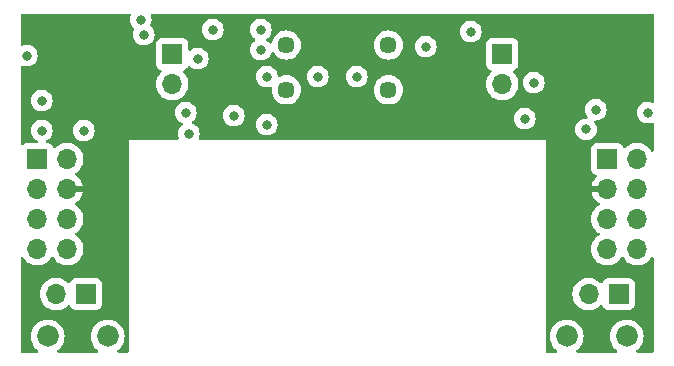
<source format=gbr>
%TF.GenerationSoftware,KiCad,Pcbnew,8.0.4*%
%TF.CreationDate,2024-09-01T16:29:35-06:00*%
%TF.ProjectId,Breadboard Power Supply,42726561-6462-46f6-9172-6420506f7765,v1*%
%TF.SameCoordinates,Original*%
%TF.FileFunction,Copper,L5,Inr*%
%TF.FilePolarity,Positive*%
%FSLAX46Y46*%
G04 Gerber Fmt 4.6, Leading zero omitted, Abs format (unit mm)*
G04 Created by KiCad (PCBNEW 8.0.4) date 2024-09-01 16:29:35*
%MOMM*%
%LPD*%
G01*
G04 APERTURE LIST*
%TA.AperFunction,ComponentPad*%
%ADD10R,1.700000X1.700000*%
%TD*%
%TA.AperFunction,ComponentPad*%
%ADD11O,1.700000X1.700000*%
%TD*%
%TA.AperFunction,ComponentPad*%
%ADD12C,1.450000*%
%TD*%
%TA.AperFunction,ComponentPad*%
%ADD13C,1.830000*%
%TD*%
%TA.AperFunction,ViaPad*%
%ADD14C,0.800000*%
%TD*%
G04 APERTURE END LIST*
D10*
%TO.N,+1V8*%
%TO.C,J4*%
X151130000Y-87630000D03*
D11*
%TO.N,/TOP_POWER_RAIL*%
X153670000Y-87630000D03*
%TO.N,+3.3V*%
X151130000Y-90170000D03*
%TO.N,/TOP_POWER_RAIL*%
X153670000Y-90170000D03*
%TO.N,VBUS*%
X151130000Y-92710000D03*
%TO.N,/TOP_POWER_RAIL*%
X153670000Y-92710000D03*
%TO.N,+12V*%
X151130000Y-95250000D03*
%TO.N,/TOP_POWER_RAIL*%
X153670000Y-95250000D03*
%TD*%
D10*
%TO.N,/BOTTOM_POWER_RAIL*%
%TO.C,J5*%
X102870000Y-87630000D03*
D11*
%TO.N,+1V8*%
X105410000Y-87630000D03*
%TO.N,/BOTTOM_POWER_RAIL*%
X102870000Y-90170000D03*
%TO.N,+3.3V*%
X105410000Y-90170000D03*
%TO.N,/BOTTOM_POWER_RAIL*%
X102870000Y-92710000D03*
%TO.N,VBUS*%
X105410000Y-92710000D03*
%TO.N,/BOTTOM_POWER_RAIL*%
X102870000Y-95250000D03*
%TO.N,+12V*%
X105410000Y-95250000D03*
%TD*%
D12*
%TO.N,GND*%
%TO.C,J1*%
X132592000Y-77974000D03*
X123952000Y-77974000D03*
X132592000Y-81774000D03*
X123952000Y-81774000D03*
%TD*%
D13*
%TO.N,GND*%
%TO.C,TP1*%
X103759000Y-102638000D03*
X108839000Y-102638000D03*
%TD*%
%TO.N,GND*%
%TO.C,TP4*%
X147701000Y-102638000D03*
X152781000Y-102638000D03*
%TD*%
D10*
%TO.N,GND*%
%TO.C,J10*%
X114300000Y-78740000D03*
D11*
X114300000Y-81280000D03*
%TD*%
D10*
%TO.N,/TOP_POWER_RAIL*%
%TO.C,J8*%
X152082500Y-99060000D03*
D11*
%TO.N,GND*%
X149542500Y-99060000D03*
%TD*%
D10*
%TO.N,GND*%
%TO.C,J11*%
X142240000Y-78740000D03*
D11*
X142240000Y-81280000D03*
%TD*%
D10*
%TO.N,/BOTTOM_POWER_RAIL*%
%TO.C,J9*%
X106997500Y-99060000D03*
D11*
%TO.N,GND*%
X104457500Y-99060000D03*
%TD*%
D14*
%TO.N,GND*%
X154559000Y-83693000D03*
X139573000Y-76835000D03*
X149328930Y-85113070D03*
X144145000Y-84201000D03*
X119507000Y-83947000D03*
X103251000Y-85217000D03*
X106807000Y-85217000D03*
X117729000Y-76667000D03*
X115697000Y-85471000D03*
%TO.N,+3.3V*%
X154305000Y-78867000D03*
X144653000Y-78613000D03*
X146685000Y-84963000D03*
%TO.N,+1V8*%
X103251000Y-82677000D03*
X111887000Y-77089000D03*
X101981000Y-78867000D03*
%TO.N,+12V*%
X115443000Y-83693000D03*
X116459000Y-79121000D03*
X122301000Y-80645000D03*
%TO.N,VBUS*%
X126619000Y-80645000D03*
X121793000Y-76667000D03*
X129921000Y-80645000D03*
X144907000Y-81153000D03*
X111633000Y-75819000D03*
X150155000Y-83439000D03*
X122301000Y-84709000D03*
X135763000Y-78105000D03*
X121793000Y-78359000D03*
%TD*%
%TA.AperFunction,Conductor*%
%TO.N,+3.3V*%
G36*
X110739174Y-75330685D02*
G01*
X110784929Y-75383489D01*
X110794873Y-75452647D01*
X110790066Y-75473317D01*
X110739458Y-75629072D01*
X110719496Y-75819000D01*
X110739458Y-76008928D01*
X110739459Y-76008931D01*
X110798470Y-76190549D01*
X110798471Y-76190551D01*
X110798473Y-76190556D01*
X110893960Y-76355944D01*
X110929257Y-76395145D01*
X111021741Y-76497861D01*
X111021748Y-76497867D01*
X111042376Y-76512854D01*
X111085042Y-76568184D01*
X111091021Y-76637797D01*
X111076878Y-76675172D01*
X111052473Y-76717442D01*
X110993459Y-76899068D01*
X110993458Y-76899072D01*
X110973496Y-77089000D01*
X110993458Y-77278928D01*
X110993459Y-77278931D01*
X111052470Y-77460549D01*
X111052473Y-77460556D01*
X111147960Y-77625944D01*
X111275747Y-77767866D01*
X111430248Y-77880118D01*
X111604712Y-77957794D01*
X111791513Y-77997500D01*
X111982487Y-77997500D01*
X112169288Y-77957794D01*
X112343752Y-77880118D01*
X112498253Y-77767866D01*
X112626040Y-77625944D01*
X112721527Y-77460556D01*
X112780542Y-77278928D01*
X112800504Y-77089000D01*
X112780542Y-76899072D01*
X112721527Y-76717444D01*
X112692403Y-76667000D01*
X116815496Y-76667000D01*
X116835458Y-76856928D01*
X116835459Y-76856931D01*
X116894470Y-77038549D01*
X116894473Y-77038556D01*
X116989960Y-77203944D01*
X117117747Y-77345866D01*
X117272248Y-77458118D01*
X117446712Y-77535794D01*
X117633513Y-77575500D01*
X117824487Y-77575500D01*
X118011288Y-77535794D01*
X118185752Y-77458118D01*
X118340253Y-77345866D01*
X118468040Y-77203944D01*
X118563527Y-77038556D01*
X118622542Y-76856928D01*
X118642504Y-76667000D01*
X120879496Y-76667000D01*
X120899458Y-76856928D01*
X120899459Y-76856931D01*
X120958470Y-77038549D01*
X120958473Y-77038556D01*
X121053960Y-77203944D01*
X121181747Y-77345866D01*
X121273711Y-77412682D01*
X121316376Y-77468012D01*
X121322355Y-77537626D01*
X121289749Y-77599421D01*
X121273711Y-77613318D01*
X121181745Y-77680135D01*
X121053959Y-77822057D01*
X120958473Y-77987443D01*
X120958470Y-77987450D01*
X120929737Y-78075883D01*
X120899458Y-78169072D01*
X120879496Y-78359000D01*
X120899458Y-78548928D01*
X120899459Y-78548931D01*
X120958470Y-78730549D01*
X120958473Y-78730556D01*
X121053960Y-78895944D01*
X121181747Y-79037866D01*
X121336248Y-79150118D01*
X121510712Y-79227794D01*
X121697513Y-79267500D01*
X121888487Y-79267500D01*
X122075288Y-79227794D01*
X122249752Y-79150118D01*
X122404253Y-79037866D01*
X122532040Y-78895944D01*
X122627527Y-78730556D01*
X122661098Y-78627234D01*
X122700535Y-78569560D01*
X122764894Y-78542361D01*
X122833740Y-78554275D01*
X122880602Y-78594427D01*
X123003475Y-78769907D01*
X123156093Y-78922525D01*
X123332894Y-79046323D01*
X123528507Y-79137539D01*
X123528513Y-79137540D01*
X123528514Y-79137541D01*
X123578690Y-79150985D01*
X123736987Y-79193401D01*
X123890567Y-79206837D01*
X123951998Y-79212212D01*
X123952000Y-79212212D01*
X123952002Y-79212212D01*
X124005753Y-79207509D01*
X124167013Y-79193401D01*
X124375493Y-79137539D01*
X124571106Y-79046323D01*
X124747907Y-78922525D01*
X124900525Y-78769907D01*
X125024323Y-78593106D01*
X125115539Y-78397493D01*
X125171401Y-78189013D01*
X125190212Y-77974000D01*
X125190212Y-77973998D01*
X131353788Y-77973998D01*
X131353788Y-77974001D01*
X131372598Y-78189007D01*
X131372600Y-78189018D01*
X131428458Y-78397485D01*
X131428460Y-78397489D01*
X131428461Y-78397493D01*
X131465329Y-78476556D01*
X131519676Y-78593105D01*
X131553874Y-78641944D01*
X131643475Y-78769907D01*
X131796093Y-78922525D01*
X131972894Y-79046323D01*
X132168507Y-79137539D01*
X132168513Y-79137540D01*
X132168514Y-79137541D01*
X132218690Y-79150985D01*
X132376987Y-79193401D01*
X132530567Y-79206837D01*
X132591998Y-79212212D01*
X132592000Y-79212212D01*
X132592002Y-79212212D01*
X132645753Y-79207509D01*
X132807013Y-79193401D01*
X133015493Y-79137539D01*
X133211106Y-79046323D01*
X133387907Y-78922525D01*
X133540525Y-78769907D01*
X133664323Y-78593106D01*
X133755539Y-78397493D01*
X133811401Y-78189013D01*
X133818751Y-78105000D01*
X134849496Y-78105000D01*
X134869458Y-78294928D01*
X134869459Y-78294931D01*
X134928470Y-78476549D01*
X134928473Y-78476556D01*
X135023960Y-78641944D01*
X135151747Y-78783866D01*
X135306248Y-78896118D01*
X135480712Y-78973794D01*
X135667513Y-79013500D01*
X135858487Y-79013500D01*
X136045288Y-78973794D01*
X136219752Y-78896118D01*
X136374253Y-78783866D01*
X136502040Y-78641944D01*
X136597527Y-78476556D01*
X136656542Y-78294928D01*
X136676504Y-78105000D01*
X136656542Y-77915072D01*
X136597527Y-77733444D01*
X136502040Y-77568056D01*
X136374253Y-77426134D01*
X136219752Y-77313882D01*
X136045288Y-77236206D01*
X136045286Y-77236205D01*
X135858487Y-77196500D01*
X135667513Y-77196500D01*
X135480714Y-77236205D01*
X135306246Y-77313883D01*
X135151745Y-77426135D01*
X135023959Y-77568057D01*
X134928473Y-77733443D01*
X134928470Y-77733450D01*
X134890977Y-77848843D01*
X134869458Y-77915072D01*
X134849496Y-78105000D01*
X133818751Y-78105000D01*
X133830212Y-77974000D01*
X133811401Y-77758987D01*
X133755539Y-77550507D01*
X133664323Y-77354894D01*
X133540525Y-77178093D01*
X133387907Y-77025475D01*
X133211106Y-76901677D01*
X133211107Y-76901677D01*
X133211105Y-76901676D01*
X133113299Y-76856069D01*
X133068117Y-76835000D01*
X138659496Y-76835000D01*
X138679458Y-77024928D01*
X138679459Y-77024931D01*
X138738470Y-77206549D01*
X138738473Y-77206556D01*
X138833960Y-77371944D01*
X138961747Y-77513866D01*
X139116248Y-77626118D01*
X139290712Y-77703794D01*
X139477513Y-77743500D01*
X139668487Y-77743500D01*
X139855288Y-77703794D01*
X140029752Y-77626118D01*
X140184253Y-77513866D01*
X140312040Y-77371944D01*
X140407527Y-77206556D01*
X140466542Y-77024928D01*
X140486504Y-76835000D01*
X140466542Y-76645072D01*
X140407527Y-76463444D01*
X140312040Y-76298056D01*
X140184253Y-76156134D01*
X140029752Y-76043882D01*
X139855288Y-75966206D01*
X139855286Y-75966205D01*
X139668487Y-75926500D01*
X139477513Y-75926500D01*
X139290714Y-75966205D01*
X139116246Y-76043883D01*
X138961745Y-76156135D01*
X138833959Y-76298057D01*
X138738473Y-76463443D01*
X138738470Y-76463450D01*
X138679459Y-76645068D01*
X138679458Y-76645072D01*
X138659496Y-76835000D01*
X133068117Y-76835000D01*
X133015493Y-76810461D01*
X133015489Y-76810460D01*
X133015485Y-76810458D01*
X132807018Y-76754600D01*
X132807014Y-76754599D01*
X132807013Y-76754599D01*
X132807012Y-76754598D01*
X132807007Y-76754598D01*
X132592002Y-76735788D01*
X132591998Y-76735788D01*
X132376992Y-76754598D01*
X132376981Y-76754600D01*
X132168514Y-76810458D01*
X132168505Y-76810462D01*
X131972894Y-76901676D01*
X131796092Y-77025475D01*
X131643475Y-77178092D01*
X131519676Y-77354894D01*
X131428462Y-77550505D01*
X131428458Y-77550514D01*
X131372600Y-77758981D01*
X131372598Y-77758992D01*
X131353788Y-77973998D01*
X125190212Y-77973998D01*
X125171401Y-77758987D01*
X125115539Y-77550507D01*
X125024323Y-77354894D01*
X124900525Y-77178093D01*
X124747907Y-77025475D01*
X124571106Y-76901677D01*
X124571107Y-76901677D01*
X124571105Y-76901676D01*
X124473299Y-76856069D01*
X124375493Y-76810461D01*
X124375489Y-76810460D01*
X124375485Y-76810458D01*
X124167018Y-76754600D01*
X124167014Y-76754599D01*
X124167013Y-76754599D01*
X124167012Y-76754598D01*
X124167007Y-76754598D01*
X123952002Y-76735788D01*
X123951998Y-76735788D01*
X123736992Y-76754598D01*
X123736981Y-76754600D01*
X123528514Y-76810458D01*
X123528505Y-76810462D01*
X123332894Y-76901676D01*
X123156092Y-77025475D01*
X123003475Y-77178092D01*
X122879676Y-77354894D01*
X122788462Y-77550505D01*
X122788459Y-77550511D01*
X122732688Y-77758654D01*
X122696323Y-77818314D01*
X122633476Y-77848843D01*
X122564100Y-77840548D01*
X122520763Y-77809532D01*
X122474952Y-77758654D01*
X122404253Y-77680134D01*
X122404251Y-77680132D01*
X122312289Y-77613318D01*
X122269623Y-77557988D01*
X122263644Y-77488375D01*
X122296250Y-77426580D01*
X122312289Y-77412682D01*
X122404253Y-77345866D01*
X122532040Y-77203944D01*
X122627527Y-77038556D01*
X122686542Y-76856928D01*
X122706504Y-76667000D01*
X122686542Y-76477072D01*
X122627527Y-76295444D01*
X122532040Y-76130056D01*
X122404253Y-75988134D01*
X122249752Y-75875882D01*
X122075288Y-75798206D01*
X122075286Y-75798205D01*
X121888487Y-75758500D01*
X121697513Y-75758500D01*
X121510714Y-75798205D01*
X121336246Y-75875883D01*
X121181745Y-75988135D01*
X121053959Y-76130057D01*
X120958473Y-76295443D01*
X120958470Y-76295450D01*
X120921206Y-76410138D01*
X120899458Y-76477072D01*
X120879496Y-76667000D01*
X118642504Y-76667000D01*
X118622542Y-76477072D01*
X118563527Y-76295444D01*
X118468040Y-76130056D01*
X118340253Y-75988134D01*
X118185752Y-75875882D01*
X118011288Y-75798206D01*
X118011286Y-75798205D01*
X117824487Y-75758500D01*
X117633513Y-75758500D01*
X117446714Y-75798205D01*
X117272246Y-75875883D01*
X117117745Y-75988135D01*
X116989959Y-76130057D01*
X116894473Y-76295443D01*
X116894470Y-76295450D01*
X116857206Y-76410138D01*
X116835458Y-76477072D01*
X116815496Y-76667000D01*
X112692403Y-76667000D01*
X112626040Y-76552056D01*
X112546259Y-76463450D01*
X112498258Y-76410138D01*
X112498255Y-76410136D01*
X112498254Y-76410135D01*
X112498253Y-76410134D01*
X112477621Y-76395144D01*
X112434957Y-76339814D01*
X112428978Y-76270201D01*
X112443118Y-76232832D01*
X112467527Y-76190556D01*
X112526542Y-76008928D01*
X112546504Y-75819000D01*
X112526542Y-75629072D01*
X112475933Y-75473317D01*
X112473939Y-75403477D01*
X112510019Y-75343644D01*
X112572720Y-75312816D01*
X112593865Y-75311000D01*
X154943000Y-75311000D01*
X155010039Y-75330685D01*
X155055794Y-75383489D01*
X155067000Y-75435000D01*
X155067000Y-82733756D01*
X155047315Y-82800795D01*
X154994511Y-82846550D01*
X154925353Y-82856494D01*
X154892565Y-82847036D01*
X154841288Y-82824206D01*
X154841286Y-82824205D01*
X154654487Y-82784500D01*
X154463513Y-82784500D01*
X154276714Y-82824205D01*
X154102246Y-82901883D01*
X153947745Y-83014135D01*
X153819959Y-83156057D01*
X153724473Y-83321443D01*
X153724470Y-83321450D01*
X153686276Y-83439000D01*
X153665458Y-83503072D01*
X153645496Y-83693000D01*
X153665458Y-83882928D01*
X153665459Y-83882931D01*
X153724470Y-84064549D01*
X153724473Y-84064556D01*
X153819960Y-84229944D01*
X153947747Y-84371866D01*
X154102248Y-84484118D01*
X154276712Y-84561794D01*
X154463513Y-84601500D01*
X154654487Y-84601500D01*
X154841288Y-84561794D01*
X154892565Y-84538963D01*
X154961813Y-84529679D01*
X155025090Y-84559307D01*
X155062304Y-84618441D01*
X155067000Y-84652243D01*
X155067000Y-86867976D01*
X155047315Y-86935015D01*
X154994511Y-86980770D01*
X154925353Y-86990714D01*
X154861797Y-86961689D01*
X154839192Y-86935798D01*
X154745723Y-86792734D01*
X154745715Y-86792723D01*
X154593243Y-86627097D01*
X154593238Y-86627092D01*
X154415577Y-86488812D01*
X154415572Y-86488808D01*
X154217580Y-86381661D01*
X154217577Y-86381659D01*
X154217574Y-86381658D01*
X154217571Y-86381657D01*
X154217569Y-86381656D01*
X154004637Y-86308556D01*
X153782569Y-86271500D01*
X153557431Y-86271500D01*
X153335362Y-86308556D01*
X153122430Y-86381656D01*
X153122419Y-86381661D01*
X152924427Y-86488808D01*
X152924422Y-86488812D01*
X152746761Y-86627092D01*
X152683548Y-86695760D01*
X152623661Y-86731750D01*
X152553823Y-86729649D01*
X152496207Y-86690124D01*
X152476138Y-86655110D01*
X152430889Y-86533796D01*
X152397214Y-86488812D01*
X152343261Y-86416739D01*
X152226204Y-86329111D01*
X152089203Y-86278011D01*
X152028654Y-86271500D01*
X152028638Y-86271500D01*
X150231362Y-86271500D01*
X150231345Y-86271500D01*
X150170797Y-86278011D01*
X150170795Y-86278011D01*
X150033795Y-86329111D01*
X149916739Y-86416739D01*
X149829111Y-86533795D01*
X149778011Y-86670795D01*
X149778011Y-86670797D01*
X149771500Y-86731345D01*
X149771500Y-88528654D01*
X149778011Y-88589202D01*
X149778011Y-88589204D01*
X149829111Y-88726204D01*
X149916739Y-88843261D01*
X150033796Y-88930889D01*
X150163382Y-88979222D01*
X150219313Y-89021093D01*
X150243730Y-89086557D01*
X150228878Y-89154830D01*
X150207728Y-89183084D01*
X150091886Y-89298926D01*
X149956400Y-89492420D01*
X149956399Y-89492422D01*
X149856570Y-89706507D01*
X149856567Y-89706513D01*
X149799364Y-89919999D01*
X149799364Y-89920000D01*
X150696988Y-89920000D01*
X150664075Y-89977007D01*
X150630000Y-90104174D01*
X150630000Y-90235826D01*
X150664075Y-90362993D01*
X150696988Y-90420000D01*
X149799364Y-90420000D01*
X149856567Y-90633486D01*
X149856570Y-90633492D01*
X149956399Y-90847578D01*
X150091894Y-91041082D01*
X150258917Y-91208105D01*
X150439802Y-91334763D01*
X150483427Y-91389340D01*
X150490619Y-91458839D01*
X150459097Y-91521193D01*
X150427697Y-91545392D01*
X150384427Y-91568809D01*
X150384422Y-91568812D01*
X150206761Y-91707092D01*
X150206756Y-91707097D01*
X150054284Y-91872723D01*
X150054276Y-91872734D01*
X149931140Y-92061207D01*
X149840703Y-92267385D01*
X149785436Y-92485628D01*
X149785434Y-92485640D01*
X149766844Y-92709994D01*
X149766844Y-92710005D01*
X149785434Y-92934359D01*
X149785436Y-92934371D01*
X149840703Y-93152614D01*
X149931140Y-93358792D01*
X150054276Y-93547265D01*
X150054284Y-93547276D01*
X150206756Y-93712902D01*
X150206760Y-93712906D01*
X150384424Y-93851189D01*
X150384429Y-93851191D01*
X150384431Y-93851193D01*
X150420930Y-93870946D01*
X150470520Y-93920165D01*
X150485628Y-93988382D01*
X150461457Y-94053937D01*
X150420930Y-94089054D01*
X150384431Y-94108806D01*
X150384422Y-94108812D01*
X150206761Y-94247092D01*
X150206756Y-94247097D01*
X150054284Y-94412723D01*
X150054276Y-94412734D01*
X149931140Y-94601207D01*
X149840703Y-94807385D01*
X149785436Y-95025628D01*
X149785434Y-95025640D01*
X149766844Y-95249994D01*
X149766844Y-95250005D01*
X149785434Y-95474359D01*
X149785436Y-95474371D01*
X149840703Y-95692614D01*
X149931140Y-95898792D01*
X150054276Y-96087265D01*
X150054284Y-96087276D01*
X150206756Y-96252902D01*
X150206760Y-96252906D01*
X150384424Y-96391189D01*
X150384425Y-96391189D01*
X150384427Y-96391191D01*
X150511135Y-96459761D01*
X150582426Y-96498342D01*
X150795365Y-96571444D01*
X151017431Y-96608500D01*
X151242569Y-96608500D01*
X151464635Y-96571444D01*
X151677574Y-96498342D01*
X151875576Y-96391189D01*
X152053240Y-96252906D01*
X152205722Y-96087268D01*
X152296193Y-95948790D01*
X152349338Y-95903437D01*
X152418569Y-95894013D01*
X152481905Y-95923515D01*
X152503804Y-95948787D01*
X152594278Y-96087268D01*
X152594283Y-96087273D01*
X152594284Y-96087276D01*
X152746756Y-96252902D01*
X152746760Y-96252906D01*
X152924424Y-96391189D01*
X152924425Y-96391189D01*
X152924427Y-96391191D01*
X153051135Y-96459761D01*
X153122426Y-96498342D01*
X153335365Y-96571444D01*
X153557431Y-96608500D01*
X153782569Y-96608500D01*
X154004635Y-96571444D01*
X154217574Y-96498342D01*
X154415576Y-96391189D01*
X154593240Y-96252906D01*
X154745722Y-96087268D01*
X154839193Y-95944198D01*
X154892338Y-95898845D01*
X154961569Y-95889421D01*
X155024905Y-95918923D01*
X155062236Y-95977983D01*
X155067000Y-96012023D01*
X155067000Y-103889000D01*
X155047315Y-103956039D01*
X154994511Y-104001794D01*
X154943000Y-104013000D01*
X153693201Y-104013000D01*
X153626162Y-103993315D01*
X153580407Y-103940511D01*
X153570463Y-103871353D01*
X153599488Y-103807797D01*
X153617039Y-103791147D01*
X153656632Y-103760329D01*
X153748415Y-103688893D01*
X153908192Y-103515329D01*
X154037222Y-103317833D01*
X154131985Y-103101794D01*
X154189898Y-102873103D01*
X154209379Y-102638000D01*
X154189898Y-102402897D01*
X154131985Y-102174206D01*
X154037222Y-101958167D01*
X153908194Y-101760673D01*
X153880620Y-101730719D01*
X153748415Y-101587107D01*
X153748410Y-101587103D01*
X153748407Y-101587100D01*
X153562257Y-101442214D01*
X153562246Y-101442207D01*
X153354779Y-101329932D01*
X153354776Y-101329931D01*
X153354773Y-101329929D01*
X153354767Y-101329927D01*
X153354765Y-101329926D01*
X153131648Y-101253329D01*
X152898955Y-101214500D01*
X152663045Y-101214500D01*
X152430351Y-101253329D01*
X152207234Y-101329926D01*
X152207220Y-101329932D01*
X151999753Y-101442207D01*
X151999742Y-101442214D01*
X151813592Y-101587100D01*
X151813582Y-101587110D01*
X151653805Y-101760673D01*
X151524777Y-101958167D01*
X151430015Y-102174206D01*
X151372102Y-102402896D01*
X151372100Y-102402904D01*
X151352621Y-102637994D01*
X151352621Y-102638005D01*
X151372100Y-102873095D01*
X151372102Y-102873103D01*
X151430015Y-103101793D01*
X151524777Y-103317832D01*
X151653805Y-103515326D01*
X151653808Y-103515329D01*
X151813585Y-103688893D01*
X151873840Y-103735791D01*
X151944961Y-103791147D01*
X151985774Y-103847857D01*
X151989449Y-103917630D01*
X151954817Y-103978313D01*
X151892876Y-104010640D01*
X151868799Y-104013000D01*
X148613201Y-104013000D01*
X148546162Y-103993315D01*
X148500407Y-103940511D01*
X148490463Y-103871353D01*
X148519488Y-103807797D01*
X148537039Y-103791147D01*
X148576632Y-103760329D01*
X148668415Y-103688893D01*
X148828192Y-103515329D01*
X148957222Y-103317833D01*
X149051985Y-103101794D01*
X149109898Y-102873103D01*
X149129379Y-102638000D01*
X149109898Y-102402897D01*
X149051985Y-102174206D01*
X148957222Y-101958167D01*
X148828194Y-101760673D01*
X148800620Y-101730719D01*
X148668415Y-101587107D01*
X148668410Y-101587103D01*
X148668407Y-101587100D01*
X148482257Y-101442214D01*
X148482246Y-101442207D01*
X148274779Y-101329932D01*
X148274776Y-101329931D01*
X148274773Y-101329929D01*
X148274767Y-101329927D01*
X148274765Y-101329926D01*
X148051648Y-101253329D01*
X147818955Y-101214500D01*
X147583045Y-101214500D01*
X147350351Y-101253329D01*
X147127234Y-101329926D01*
X147127220Y-101329932D01*
X146919753Y-101442207D01*
X146919742Y-101442214D01*
X146733592Y-101587100D01*
X146733582Y-101587110D01*
X146573805Y-101760673D01*
X146444777Y-101958167D01*
X146350015Y-102174206D01*
X146292102Y-102402896D01*
X146292100Y-102402904D01*
X146272621Y-102637994D01*
X146272621Y-102638005D01*
X146292100Y-102873095D01*
X146292102Y-102873103D01*
X146350015Y-103101793D01*
X146444777Y-103317832D01*
X146573805Y-103515326D01*
X146573808Y-103515329D01*
X146733585Y-103688893D01*
X146793840Y-103735791D01*
X146864961Y-103791147D01*
X146905774Y-103847857D01*
X146909449Y-103917630D01*
X146874817Y-103978313D01*
X146812876Y-104010640D01*
X146788799Y-104013000D01*
X146047000Y-104013000D01*
X145979961Y-103993315D01*
X145934206Y-103940511D01*
X145923000Y-103889000D01*
X145923000Y-99059994D01*
X148179344Y-99059994D01*
X148179344Y-99060005D01*
X148197934Y-99284359D01*
X148197936Y-99284371D01*
X148253203Y-99502614D01*
X148343640Y-99708792D01*
X148466776Y-99897265D01*
X148466784Y-99897276D01*
X148593467Y-100034888D01*
X148619260Y-100062906D01*
X148796924Y-100201189D01*
X148796925Y-100201189D01*
X148796927Y-100201191D01*
X148923635Y-100269761D01*
X148994926Y-100308342D01*
X149207865Y-100381444D01*
X149429931Y-100418500D01*
X149655069Y-100418500D01*
X149877135Y-100381444D01*
X150090074Y-100308342D01*
X150288076Y-100201189D01*
X150465740Y-100062906D01*
X150528952Y-99994239D01*
X150588837Y-99958250D01*
X150658675Y-99960349D01*
X150716291Y-99999873D01*
X150736361Y-100034888D01*
X150781611Y-100156204D01*
X150869239Y-100273261D01*
X150986296Y-100360889D01*
X151123299Y-100411989D01*
X151150550Y-100414918D01*
X151183845Y-100418499D01*
X151183862Y-100418500D01*
X152981138Y-100418500D01*
X152981154Y-100418499D01*
X153008192Y-100415591D01*
X153041701Y-100411989D01*
X153178704Y-100360889D01*
X153295761Y-100273261D01*
X153383389Y-100156204D01*
X153434489Y-100019201D01*
X153438091Y-99985692D01*
X153440999Y-99958654D01*
X153441000Y-99958637D01*
X153441000Y-98161362D01*
X153440999Y-98161345D01*
X153437172Y-98125759D01*
X153434489Y-98100799D01*
X153383389Y-97963796D01*
X153295761Y-97846739D01*
X153178704Y-97759111D01*
X153041703Y-97708011D01*
X152981154Y-97701500D01*
X152981138Y-97701500D01*
X151183862Y-97701500D01*
X151183845Y-97701500D01*
X151123297Y-97708011D01*
X151123295Y-97708011D01*
X150986295Y-97759111D01*
X150869239Y-97846739D01*
X150781611Y-97963795D01*
X150736361Y-98085111D01*
X150694489Y-98141044D01*
X150629024Y-98165460D01*
X150560752Y-98150607D01*
X150528954Y-98125762D01*
X150465740Y-98057094D01*
X150288076Y-97918811D01*
X150288075Y-97918810D01*
X150288072Y-97918808D01*
X150090080Y-97811661D01*
X150090077Y-97811659D01*
X150090074Y-97811658D01*
X150090071Y-97811657D01*
X150090069Y-97811656D01*
X149877137Y-97738556D01*
X149655069Y-97701500D01*
X149429931Y-97701500D01*
X149207862Y-97738556D01*
X148994930Y-97811656D01*
X148994919Y-97811661D01*
X148796927Y-97918808D01*
X148796922Y-97918812D01*
X148619261Y-98057092D01*
X148619256Y-98057097D01*
X148466784Y-98222723D01*
X148466776Y-98222734D01*
X148343640Y-98411207D01*
X148253203Y-98617385D01*
X148197936Y-98835628D01*
X148197934Y-98835640D01*
X148179344Y-99059994D01*
X145923000Y-99059994D01*
X145923000Y-85979000D01*
X116657865Y-85979000D01*
X116590826Y-85959315D01*
X116545071Y-85906511D01*
X116535127Y-85837353D01*
X116539934Y-85816682D01*
X116590542Y-85660928D01*
X116610504Y-85471000D01*
X116590542Y-85281072D01*
X116531527Y-85099444D01*
X116436040Y-84934056D01*
X116308253Y-84792134D01*
X116153752Y-84679882D01*
X116025400Y-84622736D01*
X115972163Y-84577486D01*
X115951842Y-84510637D01*
X115970887Y-84443414D01*
X116002951Y-84409139D01*
X116054253Y-84371866D01*
X116182040Y-84229944D01*
X116277527Y-84064556D01*
X116315724Y-83947000D01*
X118593496Y-83947000D01*
X118613458Y-84136928D01*
X118613459Y-84136931D01*
X118672470Y-84318549D01*
X118672473Y-84318556D01*
X118767960Y-84483944D01*
X118838692Y-84562500D01*
X118892929Y-84622737D01*
X118895747Y-84625866D01*
X119050248Y-84738118D01*
X119224712Y-84815794D01*
X119411513Y-84855500D01*
X119602487Y-84855500D01*
X119789288Y-84815794D01*
X119963752Y-84738118D01*
X120003829Y-84709000D01*
X121387496Y-84709000D01*
X121407458Y-84898928D01*
X121407459Y-84898931D01*
X121466470Y-85080549D01*
X121466473Y-85080556D01*
X121561960Y-85245944D01*
X121689747Y-85387866D01*
X121844248Y-85500118D01*
X122018712Y-85577794D01*
X122205513Y-85617500D01*
X122396487Y-85617500D01*
X122583288Y-85577794D01*
X122757752Y-85500118D01*
X122912253Y-85387866D01*
X123040040Y-85245944D01*
X123116755Y-85113070D01*
X148415426Y-85113070D01*
X148435388Y-85302998D01*
X148435389Y-85303001D01*
X148494400Y-85484619D01*
X148494403Y-85484626D01*
X148589890Y-85650014D01*
X148717677Y-85791936D01*
X148872178Y-85904188D01*
X149046642Y-85981864D01*
X149233443Y-86021570D01*
X149424417Y-86021570D01*
X149611218Y-85981864D01*
X149785682Y-85904188D01*
X149940183Y-85791936D01*
X150067970Y-85650014D01*
X150163457Y-85484626D01*
X150222472Y-85302998D01*
X150242434Y-85113070D01*
X150222472Y-84923142D01*
X150163457Y-84741514D01*
X150111916Y-84652243D01*
X150067971Y-84576127D01*
X150048472Y-84554471D01*
X150018243Y-84491480D01*
X150026869Y-84422144D01*
X150071611Y-84368479D01*
X150138263Y-84347522D01*
X150140623Y-84347500D01*
X150250487Y-84347500D01*
X150437288Y-84307794D01*
X150611752Y-84230118D01*
X150766253Y-84117866D01*
X150894040Y-83975944D01*
X150989527Y-83810556D01*
X151048542Y-83628928D01*
X151068504Y-83439000D01*
X151048542Y-83249072D01*
X150989527Y-83067444D01*
X150894040Y-82902056D01*
X150766253Y-82760134D01*
X150611752Y-82647882D01*
X150437288Y-82570206D01*
X150437286Y-82570205D01*
X150250487Y-82530500D01*
X150059513Y-82530500D01*
X149872714Y-82570205D01*
X149872712Y-82570206D01*
X149719321Y-82638500D01*
X149698246Y-82647883D01*
X149543745Y-82760135D01*
X149415959Y-82902057D01*
X149320473Y-83067443D01*
X149320470Y-83067450D01*
X149261459Y-83249068D01*
X149261458Y-83249072D01*
X149241496Y-83439000D01*
X149261458Y-83628928D01*
X149261459Y-83628931D01*
X149320470Y-83810549D01*
X149320473Y-83810556D01*
X149415958Y-83975942D01*
X149435458Y-83997599D01*
X149465687Y-84060590D01*
X149457061Y-84129926D01*
X149412319Y-84183591D01*
X149345667Y-84204548D01*
X149343307Y-84204570D01*
X149233443Y-84204570D01*
X149046644Y-84244275D01*
X149046642Y-84244276D01*
X148879822Y-84318549D01*
X148872176Y-84321953D01*
X148717675Y-84434205D01*
X148589889Y-84576127D01*
X148494403Y-84741513D01*
X148494400Y-84741520D01*
X148435389Y-84923138D01*
X148435388Y-84923142D01*
X148415426Y-85113070D01*
X123116755Y-85113070D01*
X123135527Y-85080556D01*
X123194542Y-84898928D01*
X123214504Y-84709000D01*
X123194542Y-84519072D01*
X123135527Y-84337444D01*
X123056751Y-84201000D01*
X143231496Y-84201000D01*
X143251458Y-84390928D01*
X143251459Y-84390931D01*
X143310470Y-84572549D01*
X143310473Y-84572556D01*
X143405960Y-84737944D01*
X143533747Y-84879866D01*
X143688248Y-84992118D01*
X143862712Y-85069794D01*
X144049513Y-85109500D01*
X144240487Y-85109500D01*
X144427288Y-85069794D01*
X144601752Y-84992118D01*
X144756253Y-84879866D01*
X144884040Y-84737944D01*
X144979527Y-84572556D01*
X145038542Y-84390928D01*
X145058504Y-84201000D01*
X145038542Y-84011072D01*
X144979527Y-83829444D01*
X144884040Y-83664056D01*
X144756253Y-83522134D01*
X144601752Y-83409882D01*
X144427288Y-83332206D01*
X144427286Y-83332205D01*
X144240487Y-83292500D01*
X144049513Y-83292500D01*
X143862714Y-83332205D01*
X143688246Y-83409883D01*
X143533745Y-83522135D01*
X143405959Y-83664057D01*
X143310473Y-83829443D01*
X143310470Y-83829450D01*
X143251459Y-84011068D01*
X143251458Y-84011072D01*
X143231496Y-84201000D01*
X123056751Y-84201000D01*
X123040040Y-84172056D01*
X122912253Y-84030134D01*
X122757752Y-83917882D01*
X122583288Y-83840206D01*
X122583286Y-83840205D01*
X122396487Y-83800500D01*
X122205513Y-83800500D01*
X122018714Y-83840205D01*
X121844246Y-83917883D01*
X121689745Y-84030135D01*
X121561959Y-84172057D01*
X121466473Y-84337443D01*
X121466470Y-84337450D01*
X121407459Y-84519068D01*
X121407458Y-84519072D01*
X121387496Y-84709000D01*
X120003829Y-84709000D01*
X120118253Y-84625866D01*
X120246040Y-84483944D01*
X120341527Y-84318556D01*
X120400542Y-84136928D01*
X120420504Y-83947000D01*
X120400542Y-83757072D01*
X120341527Y-83575444D01*
X120246040Y-83410056D01*
X120118253Y-83268134D01*
X119963752Y-83155882D01*
X119789288Y-83078206D01*
X119789286Y-83078205D01*
X119602487Y-83038500D01*
X119411513Y-83038500D01*
X119224714Y-83078205D01*
X119050246Y-83155883D01*
X118895745Y-83268135D01*
X118767959Y-83410057D01*
X118672473Y-83575443D01*
X118672470Y-83575450D01*
X118634276Y-83693000D01*
X118613458Y-83757072D01*
X118593496Y-83947000D01*
X116315724Y-83947000D01*
X116336542Y-83882928D01*
X116356504Y-83693000D01*
X116336542Y-83503072D01*
X116277527Y-83321444D01*
X116182040Y-83156056D01*
X116054253Y-83014134D01*
X115899752Y-82901882D01*
X115725288Y-82824206D01*
X115725286Y-82824205D01*
X115538487Y-82784500D01*
X115347513Y-82784500D01*
X115160714Y-82824205D01*
X114986246Y-82901883D01*
X114831745Y-83014135D01*
X114703959Y-83156057D01*
X114608473Y-83321443D01*
X114608470Y-83321450D01*
X114570276Y-83439000D01*
X114549458Y-83503072D01*
X114529496Y-83693000D01*
X114549458Y-83882928D01*
X114549459Y-83882931D01*
X114608470Y-84064549D01*
X114608473Y-84064556D01*
X114703960Y-84229944D01*
X114831747Y-84371866D01*
X114986248Y-84484118D01*
X115114600Y-84541263D01*
X115167835Y-84586512D01*
X115188157Y-84653361D01*
X115169112Y-84720585D01*
X115137050Y-84754859D01*
X115085746Y-84792134D01*
X114957959Y-84934057D01*
X114862473Y-85099443D01*
X114862470Y-85099450D01*
X114803459Y-85281068D01*
X114803458Y-85281072D01*
X114783496Y-85471000D01*
X114803458Y-85660928D01*
X114803459Y-85660931D01*
X114854066Y-85816682D01*
X114856061Y-85886523D01*
X114819981Y-85946356D01*
X114757280Y-85977184D01*
X114736135Y-85979000D01*
X110617000Y-85979000D01*
X110617000Y-103889000D01*
X110597315Y-103956039D01*
X110544511Y-104001794D01*
X110493000Y-104013000D01*
X109751201Y-104013000D01*
X109684162Y-103993315D01*
X109638407Y-103940511D01*
X109628463Y-103871353D01*
X109657488Y-103807797D01*
X109675039Y-103791147D01*
X109714632Y-103760329D01*
X109806415Y-103688893D01*
X109966192Y-103515329D01*
X110095222Y-103317833D01*
X110189985Y-103101794D01*
X110247898Y-102873103D01*
X110267379Y-102638000D01*
X110247898Y-102402897D01*
X110189985Y-102174206D01*
X110095222Y-101958167D01*
X109966194Y-101760673D01*
X109938620Y-101730719D01*
X109806415Y-101587107D01*
X109806410Y-101587103D01*
X109806407Y-101587100D01*
X109620257Y-101442214D01*
X109620246Y-101442207D01*
X109412779Y-101329932D01*
X109412776Y-101329931D01*
X109412773Y-101329929D01*
X109412767Y-101329927D01*
X109412765Y-101329926D01*
X109189648Y-101253329D01*
X108956955Y-101214500D01*
X108721045Y-101214500D01*
X108488351Y-101253329D01*
X108265234Y-101329926D01*
X108265220Y-101329932D01*
X108057753Y-101442207D01*
X108057742Y-101442214D01*
X107871592Y-101587100D01*
X107871582Y-101587110D01*
X107711805Y-101760673D01*
X107582777Y-101958167D01*
X107488015Y-102174206D01*
X107430102Y-102402896D01*
X107430100Y-102402904D01*
X107410621Y-102637994D01*
X107410621Y-102638005D01*
X107430100Y-102873095D01*
X107430102Y-102873103D01*
X107488015Y-103101793D01*
X107582777Y-103317832D01*
X107711805Y-103515326D01*
X107711808Y-103515329D01*
X107871585Y-103688893D01*
X107931840Y-103735791D01*
X108002961Y-103791147D01*
X108043774Y-103847857D01*
X108047449Y-103917630D01*
X108012817Y-103978313D01*
X107950876Y-104010640D01*
X107926799Y-104013000D01*
X104671201Y-104013000D01*
X104604162Y-103993315D01*
X104558407Y-103940511D01*
X104548463Y-103871353D01*
X104577488Y-103807797D01*
X104595039Y-103791147D01*
X104634632Y-103760329D01*
X104726415Y-103688893D01*
X104886192Y-103515329D01*
X105015222Y-103317833D01*
X105109985Y-103101794D01*
X105167898Y-102873103D01*
X105187379Y-102638000D01*
X105167898Y-102402897D01*
X105109985Y-102174206D01*
X105015222Y-101958167D01*
X104886194Y-101760673D01*
X104858620Y-101730719D01*
X104726415Y-101587107D01*
X104726410Y-101587103D01*
X104726407Y-101587100D01*
X104540257Y-101442214D01*
X104540246Y-101442207D01*
X104332779Y-101329932D01*
X104332776Y-101329931D01*
X104332773Y-101329929D01*
X104332767Y-101329927D01*
X104332765Y-101329926D01*
X104109648Y-101253329D01*
X103876955Y-101214500D01*
X103641045Y-101214500D01*
X103408351Y-101253329D01*
X103185234Y-101329926D01*
X103185220Y-101329932D01*
X102977753Y-101442207D01*
X102977742Y-101442214D01*
X102791592Y-101587100D01*
X102791582Y-101587110D01*
X102631805Y-101760673D01*
X102502777Y-101958167D01*
X102408015Y-102174206D01*
X102350102Y-102402896D01*
X102350100Y-102402904D01*
X102330621Y-102637994D01*
X102330621Y-102638005D01*
X102350100Y-102873095D01*
X102350102Y-102873103D01*
X102408015Y-103101793D01*
X102502777Y-103317832D01*
X102631805Y-103515326D01*
X102631808Y-103515329D01*
X102791585Y-103688893D01*
X102851840Y-103735791D01*
X102922961Y-103791147D01*
X102963774Y-103847857D01*
X102967449Y-103917630D01*
X102932817Y-103978313D01*
X102870876Y-104010640D01*
X102846799Y-104013000D01*
X101597000Y-104013000D01*
X101529961Y-103993315D01*
X101484206Y-103940511D01*
X101473000Y-103889000D01*
X101473000Y-99059994D01*
X103094344Y-99059994D01*
X103094344Y-99060005D01*
X103112934Y-99284359D01*
X103112936Y-99284371D01*
X103168203Y-99502614D01*
X103258640Y-99708792D01*
X103381776Y-99897265D01*
X103381784Y-99897276D01*
X103508467Y-100034888D01*
X103534260Y-100062906D01*
X103711924Y-100201189D01*
X103711925Y-100201189D01*
X103711927Y-100201191D01*
X103838635Y-100269761D01*
X103909926Y-100308342D01*
X104122865Y-100381444D01*
X104344931Y-100418500D01*
X104570069Y-100418500D01*
X104792135Y-100381444D01*
X105005074Y-100308342D01*
X105203076Y-100201189D01*
X105380740Y-100062906D01*
X105443952Y-99994239D01*
X105503837Y-99958250D01*
X105573675Y-99960349D01*
X105631291Y-99999873D01*
X105651361Y-100034888D01*
X105696611Y-100156204D01*
X105784239Y-100273261D01*
X105901296Y-100360889D01*
X106038299Y-100411989D01*
X106065550Y-100414918D01*
X106098845Y-100418499D01*
X106098862Y-100418500D01*
X107896138Y-100418500D01*
X107896154Y-100418499D01*
X107923192Y-100415591D01*
X107956701Y-100411989D01*
X108093704Y-100360889D01*
X108210761Y-100273261D01*
X108298389Y-100156204D01*
X108349489Y-100019201D01*
X108353091Y-99985692D01*
X108355999Y-99958654D01*
X108356000Y-99958637D01*
X108356000Y-98161362D01*
X108355999Y-98161345D01*
X108352172Y-98125759D01*
X108349489Y-98100799D01*
X108298389Y-97963796D01*
X108210761Y-97846739D01*
X108093704Y-97759111D01*
X107956703Y-97708011D01*
X107896154Y-97701500D01*
X107896138Y-97701500D01*
X106098862Y-97701500D01*
X106098845Y-97701500D01*
X106038297Y-97708011D01*
X106038295Y-97708011D01*
X105901295Y-97759111D01*
X105784239Y-97846739D01*
X105696611Y-97963795D01*
X105651361Y-98085111D01*
X105609489Y-98141044D01*
X105544024Y-98165460D01*
X105475752Y-98150607D01*
X105443954Y-98125762D01*
X105380740Y-98057094D01*
X105203076Y-97918811D01*
X105203075Y-97918810D01*
X105203072Y-97918808D01*
X105005080Y-97811661D01*
X105005077Y-97811659D01*
X105005074Y-97811658D01*
X105005071Y-97811657D01*
X105005069Y-97811656D01*
X104792137Y-97738556D01*
X104570069Y-97701500D01*
X104344931Y-97701500D01*
X104122862Y-97738556D01*
X103909930Y-97811656D01*
X103909919Y-97811661D01*
X103711927Y-97918808D01*
X103711922Y-97918812D01*
X103534261Y-98057092D01*
X103534256Y-98057097D01*
X103381784Y-98222723D01*
X103381776Y-98222734D01*
X103258640Y-98411207D01*
X103168203Y-98617385D01*
X103112936Y-98835628D01*
X103112934Y-98835640D01*
X103094344Y-99059994D01*
X101473000Y-99059994D01*
X101473000Y-96012023D01*
X101492685Y-95944984D01*
X101545489Y-95899229D01*
X101614647Y-95889285D01*
X101678203Y-95918310D01*
X101700804Y-95944195D01*
X101794278Y-96087268D01*
X101794283Y-96087273D01*
X101794284Y-96087276D01*
X101946756Y-96252902D01*
X101946760Y-96252906D01*
X102124424Y-96391189D01*
X102124425Y-96391189D01*
X102124427Y-96391191D01*
X102251135Y-96459761D01*
X102322426Y-96498342D01*
X102535365Y-96571444D01*
X102757431Y-96608500D01*
X102982569Y-96608500D01*
X103204635Y-96571444D01*
X103417574Y-96498342D01*
X103615576Y-96391189D01*
X103793240Y-96252906D01*
X103945722Y-96087268D01*
X104036193Y-95948790D01*
X104089338Y-95903437D01*
X104158569Y-95894013D01*
X104221905Y-95923515D01*
X104243804Y-95948787D01*
X104334278Y-96087268D01*
X104334283Y-96087273D01*
X104334284Y-96087276D01*
X104486756Y-96252902D01*
X104486760Y-96252906D01*
X104664424Y-96391189D01*
X104664425Y-96391189D01*
X104664427Y-96391191D01*
X104791135Y-96459761D01*
X104862426Y-96498342D01*
X105075365Y-96571444D01*
X105297431Y-96608500D01*
X105522569Y-96608500D01*
X105744635Y-96571444D01*
X105957574Y-96498342D01*
X106155576Y-96391189D01*
X106333240Y-96252906D01*
X106485722Y-96087268D01*
X106608860Y-95898791D01*
X106699296Y-95692616D01*
X106754564Y-95474368D01*
X106773156Y-95250000D01*
X106754564Y-95025632D01*
X106699296Y-94807384D01*
X106608860Y-94601209D01*
X106595706Y-94581076D01*
X106485723Y-94412734D01*
X106485715Y-94412723D01*
X106333243Y-94247097D01*
X106333238Y-94247092D01*
X106155577Y-94108812D01*
X106155578Y-94108812D01*
X106155576Y-94108811D01*
X106119070Y-94089055D01*
X106069479Y-94039836D01*
X106054371Y-93971619D01*
X106078541Y-93906064D01*
X106119070Y-93870945D01*
X106119084Y-93870936D01*
X106155576Y-93851189D01*
X106333240Y-93712906D01*
X106485722Y-93547268D01*
X106608860Y-93358791D01*
X106699296Y-93152616D01*
X106754564Y-92934368D01*
X106773156Y-92710000D01*
X106754564Y-92485632D01*
X106699296Y-92267384D01*
X106608860Y-92061209D01*
X106595706Y-92041076D01*
X106485723Y-91872734D01*
X106485715Y-91872723D01*
X106333243Y-91707097D01*
X106333238Y-91707092D01*
X106155577Y-91568812D01*
X106155577Y-91568811D01*
X106112303Y-91545393D01*
X106062713Y-91496173D01*
X106047605Y-91427957D01*
X106071775Y-91362401D01*
X106100198Y-91334763D01*
X106281079Y-91208108D01*
X106448105Y-91041082D01*
X106583600Y-90847578D01*
X106683429Y-90633492D01*
X106683432Y-90633486D01*
X106740636Y-90420000D01*
X105843012Y-90420000D01*
X105875925Y-90362993D01*
X105910000Y-90235826D01*
X105910000Y-90104174D01*
X105875925Y-89977007D01*
X105843012Y-89920000D01*
X106740636Y-89920000D01*
X106740635Y-89919999D01*
X106683432Y-89706513D01*
X106683429Y-89706507D01*
X106583600Y-89492422D01*
X106583599Y-89492420D01*
X106448113Y-89298926D01*
X106448108Y-89298920D01*
X106281082Y-89131894D01*
X106100197Y-89005236D01*
X106056572Y-88950659D01*
X106049380Y-88881160D01*
X106080902Y-88818806D01*
X106112300Y-88794608D01*
X106155576Y-88771189D01*
X106333240Y-88632906D01*
X106485722Y-88467268D01*
X106608860Y-88278791D01*
X106699296Y-88072616D01*
X106754564Y-87854368D01*
X106773156Y-87630000D01*
X106754564Y-87405632D01*
X106699296Y-87187384D01*
X106608860Y-86981209D01*
X106485722Y-86792732D01*
X106485719Y-86792729D01*
X106485715Y-86792723D01*
X106333243Y-86627097D01*
X106333238Y-86627092D01*
X106155577Y-86488812D01*
X106155572Y-86488808D01*
X105957580Y-86381661D01*
X105957577Y-86381659D01*
X105957574Y-86381658D01*
X105957571Y-86381657D01*
X105957569Y-86381656D01*
X105744637Y-86308556D01*
X105522569Y-86271500D01*
X105297431Y-86271500D01*
X105075362Y-86308556D01*
X104862430Y-86381656D01*
X104862419Y-86381661D01*
X104664427Y-86488808D01*
X104664422Y-86488812D01*
X104486761Y-86627092D01*
X104423548Y-86695760D01*
X104363661Y-86731750D01*
X104293823Y-86729649D01*
X104236207Y-86690124D01*
X104216138Y-86655110D01*
X104170889Y-86533796D01*
X104137214Y-86488812D01*
X104083261Y-86416739D01*
X103966204Y-86329111D01*
X103829203Y-86278011D01*
X103768654Y-86271500D01*
X103768638Y-86271500D01*
X103699559Y-86271500D01*
X103632520Y-86251815D01*
X103586765Y-86199011D01*
X103576821Y-86129853D01*
X103605846Y-86066297D01*
X103649121Y-86034221D01*
X103707752Y-86008118D01*
X103862253Y-85895866D01*
X103990040Y-85753944D01*
X104085527Y-85588556D01*
X104144542Y-85406928D01*
X104164504Y-85217000D01*
X105893496Y-85217000D01*
X105913458Y-85406928D01*
X105913459Y-85406931D01*
X105972470Y-85588549D01*
X105972473Y-85588556D01*
X106067960Y-85753944D01*
X106143062Y-85837353D01*
X106187334Y-85886523D01*
X106195747Y-85895866D01*
X106350248Y-86008118D01*
X106524712Y-86085794D01*
X106711513Y-86125500D01*
X106902487Y-86125500D01*
X107089288Y-86085794D01*
X107263752Y-86008118D01*
X107418253Y-85895866D01*
X107546040Y-85753944D01*
X107641527Y-85588556D01*
X107700542Y-85406928D01*
X107720504Y-85217000D01*
X107700542Y-85027072D01*
X107641527Y-84845444D01*
X107546040Y-84680056D01*
X107430981Y-84552270D01*
X107418254Y-84538135D01*
X107406616Y-84529679D01*
X107263752Y-84425882D01*
X107089288Y-84348206D01*
X107089286Y-84348205D01*
X106902487Y-84308500D01*
X106711513Y-84308500D01*
X106524714Y-84348205D01*
X106350246Y-84425883D01*
X106195745Y-84538135D01*
X106067959Y-84680057D01*
X105972473Y-84845443D01*
X105972470Y-84845450D01*
X105924816Y-84992116D01*
X105913458Y-85027072D01*
X105893496Y-85217000D01*
X104164504Y-85217000D01*
X104144542Y-85027072D01*
X104085527Y-84845444D01*
X103990040Y-84680056D01*
X103874981Y-84552270D01*
X103862254Y-84538135D01*
X103850616Y-84529679D01*
X103707752Y-84425882D01*
X103533288Y-84348206D01*
X103533286Y-84348205D01*
X103346487Y-84308500D01*
X103155513Y-84308500D01*
X102968714Y-84348205D01*
X102794246Y-84425883D01*
X102639745Y-84538135D01*
X102511959Y-84680057D01*
X102416473Y-84845443D01*
X102416470Y-84845450D01*
X102368816Y-84992116D01*
X102357458Y-85027072D01*
X102337496Y-85217000D01*
X102357458Y-85406928D01*
X102357459Y-85406931D01*
X102416470Y-85588549D01*
X102416473Y-85588556D01*
X102511960Y-85753944D01*
X102587062Y-85837353D01*
X102631334Y-85886523D01*
X102639747Y-85895866D01*
X102794248Y-86008118D01*
X102852877Y-86034221D01*
X102906113Y-86079470D01*
X102926435Y-86146319D01*
X102907390Y-86213543D01*
X102855024Y-86259799D01*
X102802441Y-86271500D01*
X101971345Y-86271500D01*
X101910797Y-86278011D01*
X101910795Y-86278011D01*
X101773795Y-86329111D01*
X101724530Y-86365991D01*
X101671309Y-86405831D01*
X101605847Y-86430248D01*
X101537574Y-86415396D01*
X101488168Y-86365991D01*
X101473000Y-86306564D01*
X101473000Y-82677000D01*
X102337496Y-82677000D01*
X102357458Y-82866928D01*
X102357459Y-82866931D01*
X102416470Y-83048549D01*
X102416473Y-83048556D01*
X102511960Y-83213944D01*
X102639747Y-83355866D01*
X102794248Y-83468118D01*
X102968712Y-83545794D01*
X103155513Y-83585500D01*
X103346487Y-83585500D01*
X103533288Y-83545794D01*
X103707752Y-83468118D01*
X103862253Y-83355866D01*
X103990040Y-83213944D01*
X104085527Y-83048556D01*
X104144542Y-82866928D01*
X104164504Y-82677000D01*
X104144542Y-82487072D01*
X104085527Y-82305444D01*
X103990040Y-82140056D01*
X103862253Y-81998134D01*
X103707752Y-81885882D01*
X103533288Y-81808206D01*
X103533286Y-81808205D01*
X103346487Y-81768500D01*
X103155513Y-81768500D01*
X102968714Y-81808205D01*
X102794246Y-81885883D01*
X102639745Y-81998135D01*
X102511959Y-82140057D01*
X102416473Y-82305443D01*
X102416470Y-82305450D01*
X102378864Y-82421191D01*
X102357458Y-82487072D01*
X102337496Y-82677000D01*
X101473000Y-82677000D01*
X101473000Y-81279994D01*
X112936844Y-81279994D01*
X112936844Y-81280005D01*
X112955434Y-81504359D01*
X112955436Y-81504371D01*
X113010703Y-81722614D01*
X113101140Y-81928792D01*
X113224276Y-82117265D01*
X113224284Y-82117276D01*
X113376756Y-82282902D01*
X113376760Y-82282906D01*
X113554424Y-82421189D01*
X113554425Y-82421189D01*
X113554427Y-82421191D01*
X113676158Y-82487068D01*
X113752426Y-82528342D01*
X113965365Y-82601444D01*
X114187431Y-82638500D01*
X114412569Y-82638500D01*
X114634635Y-82601444D01*
X114847574Y-82528342D01*
X115045576Y-82421189D01*
X115223240Y-82282906D01*
X115375722Y-82117268D01*
X115498860Y-81928791D01*
X115589296Y-81722616D01*
X115644564Y-81504368D01*
X115644565Y-81504359D01*
X115663156Y-81280005D01*
X115663156Y-81279994D01*
X115644565Y-81055640D01*
X115644563Y-81055628D01*
X115624928Y-80978092D01*
X115589296Y-80837384D01*
X115504909Y-80645000D01*
X121387496Y-80645000D01*
X121407458Y-80834928D01*
X121407459Y-80834931D01*
X121466470Y-81016549D01*
X121466473Y-81016556D01*
X121561960Y-81181944D01*
X121689747Y-81323866D01*
X121844248Y-81436118D01*
X122018712Y-81513794D01*
X122205513Y-81553500D01*
X122396487Y-81553500D01*
X122575543Y-81515440D01*
X122645209Y-81520756D01*
X122700942Y-81562893D01*
X122725048Y-81628472D01*
X122724851Y-81647536D01*
X122713788Y-81773996D01*
X122713788Y-81774001D01*
X122732598Y-81989007D01*
X122732600Y-81989018D01*
X122788458Y-82197485D01*
X122788460Y-82197489D01*
X122788461Y-82197493D01*
X122828288Y-82282902D01*
X122879676Y-82393105D01*
X122899341Y-82421189D01*
X123003475Y-82569907D01*
X123156093Y-82722525D01*
X123332894Y-82846323D01*
X123528507Y-82937539D01*
X123736987Y-82993401D01*
X123890567Y-83006837D01*
X123951998Y-83012212D01*
X123952000Y-83012212D01*
X123952002Y-83012212D01*
X124005753Y-83007509D01*
X124167013Y-82993401D01*
X124375493Y-82937539D01*
X124571106Y-82846323D01*
X124747907Y-82722525D01*
X124900525Y-82569907D01*
X125024323Y-82393106D01*
X125115539Y-82197493D01*
X125171401Y-81989013D01*
X125190212Y-81774000D01*
X125190212Y-81773998D01*
X131353788Y-81773998D01*
X131353788Y-81774001D01*
X131372598Y-81989007D01*
X131372600Y-81989018D01*
X131428458Y-82197485D01*
X131428460Y-82197489D01*
X131428461Y-82197493D01*
X131468288Y-82282902D01*
X131519676Y-82393105D01*
X131539341Y-82421189D01*
X131643475Y-82569907D01*
X131796093Y-82722525D01*
X131972894Y-82846323D01*
X132168507Y-82937539D01*
X132376987Y-82993401D01*
X132530567Y-83006837D01*
X132591998Y-83012212D01*
X132592000Y-83012212D01*
X132592002Y-83012212D01*
X132645753Y-83007509D01*
X132807013Y-82993401D01*
X133015493Y-82937539D01*
X133211106Y-82846323D01*
X133387907Y-82722525D01*
X133540525Y-82569907D01*
X133664323Y-82393106D01*
X133755539Y-82197493D01*
X133811401Y-81989013D01*
X133830212Y-81774000D01*
X133811401Y-81558987D01*
X133755539Y-81350507D01*
X133722658Y-81279994D01*
X140876844Y-81279994D01*
X140876844Y-81280005D01*
X140895434Y-81504359D01*
X140895436Y-81504371D01*
X140950703Y-81722614D01*
X141041140Y-81928792D01*
X141164276Y-82117265D01*
X141164284Y-82117276D01*
X141316756Y-82282902D01*
X141316760Y-82282906D01*
X141494424Y-82421189D01*
X141494425Y-82421189D01*
X141494427Y-82421191D01*
X141616158Y-82487068D01*
X141692426Y-82528342D01*
X141905365Y-82601444D01*
X142127431Y-82638500D01*
X142352569Y-82638500D01*
X142574635Y-82601444D01*
X142787574Y-82528342D01*
X142985576Y-82421189D01*
X143163240Y-82282906D01*
X143315722Y-82117268D01*
X143438860Y-81928791D01*
X143529296Y-81722616D01*
X143584564Y-81504368D01*
X143584565Y-81504359D01*
X143603156Y-81280005D01*
X143603156Y-81279994D01*
X143592633Y-81153000D01*
X143993496Y-81153000D01*
X144013458Y-81342928D01*
X144013459Y-81342931D01*
X144072470Y-81524549D01*
X144072473Y-81524556D01*
X144167960Y-81689944D01*
X144295747Y-81831866D01*
X144450248Y-81944118D01*
X144624712Y-82021794D01*
X144811513Y-82061500D01*
X145002487Y-82061500D01*
X145189288Y-82021794D01*
X145363752Y-81944118D01*
X145518253Y-81831866D01*
X145646040Y-81689944D01*
X145741527Y-81524556D01*
X145800542Y-81342928D01*
X145820504Y-81153000D01*
X145800542Y-80963072D01*
X145741527Y-80781444D01*
X145646040Y-80616056D01*
X145518253Y-80474134D01*
X145363752Y-80361882D01*
X145189288Y-80284206D01*
X145189286Y-80284205D01*
X145002487Y-80244500D01*
X144811513Y-80244500D01*
X144624714Y-80284205D01*
X144450246Y-80361883D01*
X144295745Y-80474135D01*
X144167959Y-80616057D01*
X144072473Y-80781443D01*
X144072470Y-80781450D01*
X144013459Y-80963068D01*
X144013458Y-80963072D01*
X143993496Y-81153000D01*
X143592633Y-81153000D01*
X143584565Y-81055640D01*
X143584563Y-81055628D01*
X143564928Y-80978092D01*
X143529296Y-80837384D01*
X143438860Y-80631209D01*
X143425305Y-80610462D01*
X143376518Y-80535788D01*
X143315722Y-80442732D01*
X143315719Y-80442729D01*
X143315715Y-80442723D01*
X143170510Y-80284991D01*
X143139587Y-80222337D01*
X143147447Y-80152911D01*
X143191594Y-80098755D01*
X143218405Y-80084827D01*
X143298584Y-80054920D01*
X143336204Y-80040889D01*
X143453261Y-79953261D01*
X143540889Y-79836204D01*
X143591989Y-79699201D01*
X143596406Y-79658116D01*
X143598499Y-79638654D01*
X143598500Y-79638637D01*
X143598500Y-77841362D01*
X143598499Y-77841345D01*
X143595078Y-77809532D01*
X143591989Y-77780799D01*
X143587165Y-77767866D01*
X143554443Y-77680135D01*
X143540889Y-77643796D01*
X143453261Y-77526739D01*
X143336204Y-77439111D01*
X143199203Y-77388011D01*
X143138654Y-77381500D01*
X143138638Y-77381500D01*
X141341362Y-77381500D01*
X141341345Y-77381500D01*
X141280797Y-77388011D01*
X141280795Y-77388011D01*
X141143795Y-77439111D01*
X141026739Y-77526739D01*
X140939111Y-77643795D01*
X140888011Y-77780795D01*
X140888011Y-77780797D01*
X140881500Y-77841345D01*
X140881500Y-79638654D01*
X140888011Y-79699202D01*
X140888011Y-79699204D01*
X140925557Y-79799866D01*
X140939111Y-79836204D01*
X141026739Y-79953261D01*
X141143796Y-80040889D01*
X141195737Y-80060262D01*
X141261595Y-80084827D01*
X141317528Y-80126699D01*
X141341944Y-80192163D01*
X141327092Y-80260436D01*
X141309490Y-80284991D01*
X141164279Y-80442730D01*
X141164276Y-80442734D01*
X141041140Y-80631207D01*
X140950703Y-80837385D01*
X140895436Y-81055628D01*
X140895434Y-81055640D01*
X140876844Y-81279994D01*
X133722658Y-81279994D01*
X133664323Y-81154894D01*
X133540525Y-80978093D01*
X133387907Y-80825475D01*
X133211106Y-80701677D01*
X133211107Y-80701677D01*
X133211105Y-80701676D01*
X133059987Y-80631209D01*
X133015493Y-80610461D01*
X133015489Y-80610460D01*
X133015485Y-80610458D01*
X132807018Y-80554600D01*
X132807014Y-80554599D01*
X132807013Y-80554599D01*
X132807012Y-80554598D01*
X132807007Y-80554598D01*
X132592002Y-80535788D01*
X132591998Y-80535788D01*
X132376992Y-80554598D01*
X132376981Y-80554600D01*
X132168514Y-80610458D01*
X132168505Y-80610462D01*
X131972894Y-80701676D01*
X131796092Y-80825475D01*
X131643475Y-80978092D01*
X131519676Y-81154894D01*
X131428462Y-81350505D01*
X131428458Y-81350514D01*
X131372600Y-81558981D01*
X131372598Y-81558992D01*
X131353788Y-81773998D01*
X125190212Y-81773998D01*
X125171401Y-81558987D01*
X125115539Y-81350507D01*
X125024323Y-81154894D01*
X124900525Y-80978093D01*
X124747907Y-80825475D01*
X124571106Y-80701677D01*
X124571107Y-80701677D01*
X124571105Y-80701676D01*
X124449562Y-80645000D01*
X125705496Y-80645000D01*
X125725458Y-80834928D01*
X125725459Y-80834931D01*
X125784470Y-81016549D01*
X125784473Y-81016556D01*
X125879960Y-81181944D01*
X126007747Y-81323866D01*
X126162248Y-81436118D01*
X126336712Y-81513794D01*
X126523513Y-81553500D01*
X126714487Y-81553500D01*
X126901288Y-81513794D01*
X127075752Y-81436118D01*
X127230253Y-81323866D01*
X127358040Y-81181944D01*
X127453527Y-81016556D01*
X127512542Y-80834928D01*
X127532504Y-80645000D01*
X129007496Y-80645000D01*
X129027458Y-80834928D01*
X129027459Y-80834931D01*
X129086470Y-81016549D01*
X129086473Y-81016556D01*
X129181960Y-81181944D01*
X129309747Y-81323866D01*
X129464248Y-81436118D01*
X129638712Y-81513794D01*
X129825513Y-81553500D01*
X130016487Y-81553500D01*
X130203288Y-81513794D01*
X130377752Y-81436118D01*
X130532253Y-81323866D01*
X130660040Y-81181944D01*
X130755527Y-81016556D01*
X130814542Y-80834928D01*
X130834504Y-80645000D01*
X130814542Y-80455072D01*
X130755527Y-80273444D01*
X130660040Y-80108056D01*
X130532253Y-79966134D01*
X130377752Y-79853882D01*
X130203288Y-79776206D01*
X130203286Y-79776205D01*
X130016487Y-79736500D01*
X129825513Y-79736500D01*
X129638714Y-79776205D01*
X129464246Y-79853883D01*
X129309745Y-79966135D01*
X129181959Y-80108057D01*
X129086473Y-80273443D01*
X129086470Y-80273450D01*
X129031467Y-80442734D01*
X129027458Y-80455072D01*
X129007496Y-80645000D01*
X127532504Y-80645000D01*
X127512542Y-80455072D01*
X127453527Y-80273444D01*
X127358040Y-80108056D01*
X127230253Y-79966134D01*
X127075752Y-79853882D01*
X126901288Y-79776206D01*
X126901286Y-79776205D01*
X126714487Y-79736500D01*
X126523513Y-79736500D01*
X126336714Y-79776205D01*
X126162246Y-79853883D01*
X126007745Y-79966135D01*
X125879959Y-80108057D01*
X125784473Y-80273443D01*
X125784470Y-80273450D01*
X125729467Y-80442734D01*
X125725458Y-80455072D01*
X125705496Y-80645000D01*
X124449562Y-80645000D01*
X124419987Y-80631209D01*
X124375493Y-80610461D01*
X124375489Y-80610460D01*
X124375485Y-80610458D01*
X124167018Y-80554600D01*
X124167014Y-80554599D01*
X124167013Y-80554599D01*
X124167012Y-80554598D01*
X124167007Y-80554598D01*
X123952002Y-80535788D01*
X123951998Y-80535788D01*
X123736992Y-80554598D01*
X123736981Y-80554600D01*
X123528514Y-80610458D01*
X123528505Y-80610462D01*
X123383268Y-80678187D01*
X123314190Y-80688679D01*
X123250406Y-80660159D01*
X123212167Y-80601682D01*
X123207543Y-80578772D01*
X123194542Y-80455072D01*
X123135527Y-80273444D01*
X123040040Y-80108056D01*
X122912253Y-79966134D01*
X122757752Y-79853882D01*
X122583288Y-79776206D01*
X122583286Y-79776205D01*
X122396487Y-79736500D01*
X122205513Y-79736500D01*
X122018714Y-79776205D01*
X121844246Y-79853883D01*
X121689745Y-79966135D01*
X121561959Y-80108057D01*
X121466473Y-80273443D01*
X121466470Y-80273450D01*
X121411467Y-80442734D01*
X121407458Y-80455072D01*
X121387496Y-80645000D01*
X115504909Y-80645000D01*
X115498860Y-80631209D01*
X115485305Y-80610462D01*
X115436518Y-80535788D01*
X115375722Y-80442732D01*
X115375719Y-80442729D01*
X115375715Y-80442723D01*
X115230510Y-80284991D01*
X115199587Y-80222337D01*
X115207447Y-80152911D01*
X115251594Y-80098755D01*
X115278405Y-80084827D01*
X115358584Y-80054920D01*
X115396204Y-80040889D01*
X115513261Y-79953261D01*
X115600889Y-79836204D01*
X115611303Y-79808282D01*
X115653172Y-79752350D01*
X115718637Y-79727932D01*
X115786910Y-79742783D01*
X115819633Y-79768643D01*
X115826443Y-79776206D01*
X115847747Y-79799866D01*
X116002248Y-79912118D01*
X116176712Y-79989794D01*
X116363513Y-80029500D01*
X116554487Y-80029500D01*
X116741288Y-79989794D01*
X116915752Y-79912118D01*
X117070253Y-79799866D01*
X117198040Y-79657944D01*
X117293527Y-79492556D01*
X117352542Y-79310928D01*
X117372504Y-79121000D01*
X117352542Y-78931072D01*
X117293527Y-78749444D01*
X117198040Y-78584056D01*
X117070253Y-78442134D01*
X116915752Y-78329882D01*
X116741288Y-78252206D01*
X116741286Y-78252205D01*
X116554487Y-78212500D01*
X116363513Y-78212500D01*
X116176714Y-78252205D01*
X116002246Y-78329883D01*
X115855386Y-78436584D01*
X115789579Y-78460064D01*
X115721525Y-78444239D01*
X115672830Y-78394133D01*
X115658500Y-78336266D01*
X115658500Y-77841362D01*
X115658499Y-77841345D01*
X115655078Y-77809532D01*
X115651989Y-77780799D01*
X115647165Y-77767866D01*
X115614443Y-77680135D01*
X115600889Y-77643796D01*
X115513261Y-77526739D01*
X115396204Y-77439111D01*
X115259203Y-77388011D01*
X115198654Y-77381500D01*
X115198638Y-77381500D01*
X113401362Y-77381500D01*
X113401345Y-77381500D01*
X113340797Y-77388011D01*
X113340795Y-77388011D01*
X113203795Y-77439111D01*
X113086739Y-77526739D01*
X112999111Y-77643795D01*
X112948011Y-77780795D01*
X112948011Y-77780797D01*
X112941500Y-77841345D01*
X112941500Y-79638654D01*
X112948011Y-79699202D01*
X112948011Y-79699204D01*
X112985557Y-79799866D01*
X112999111Y-79836204D01*
X113086739Y-79953261D01*
X113203796Y-80040889D01*
X113255737Y-80060262D01*
X113321595Y-80084827D01*
X113377528Y-80126699D01*
X113401944Y-80192163D01*
X113387092Y-80260436D01*
X113369490Y-80284991D01*
X113224279Y-80442730D01*
X113224276Y-80442734D01*
X113101140Y-80631207D01*
X113010703Y-80837385D01*
X112955436Y-81055628D01*
X112955434Y-81055640D01*
X112936844Y-81279994D01*
X101473000Y-81279994D01*
X101473000Y-79826243D01*
X101492685Y-79759204D01*
X101545489Y-79713449D01*
X101614647Y-79703505D01*
X101647432Y-79712962D01*
X101698712Y-79735794D01*
X101885513Y-79775500D01*
X102076487Y-79775500D01*
X102263288Y-79735794D01*
X102437752Y-79658118D01*
X102592253Y-79545866D01*
X102720040Y-79403944D01*
X102815527Y-79238556D01*
X102874542Y-79056928D01*
X102894504Y-78867000D01*
X102874542Y-78677072D01*
X102815527Y-78495444D01*
X102720040Y-78330056D01*
X102593049Y-78189018D01*
X102592254Y-78188135D01*
X102566017Y-78169072D01*
X102437752Y-78075882D01*
X102263288Y-77998206D01*
X102263286Y-77998205D01*
X102076487Y-77958500D01*
X101885513Y-77958500D01*
X101698714Y-77998205D01*
X101647435Y-78021036D01*
X101578185Y-78030320D01*
X101514908Y-78000691D01*
X101477696Y-77941556D01*
X101473000Y-77907756D01*
X101473000Y-75435000D01*
X101492685Y-75367961D01*
X101545489Y-75322206D01*
X101597000Y-75311000D01*
X110672135Y-75311000D01*
X110739174Y-75330685D01*
G37*
%TD.AperFunction*%
%TD*%
M02*

</source>
